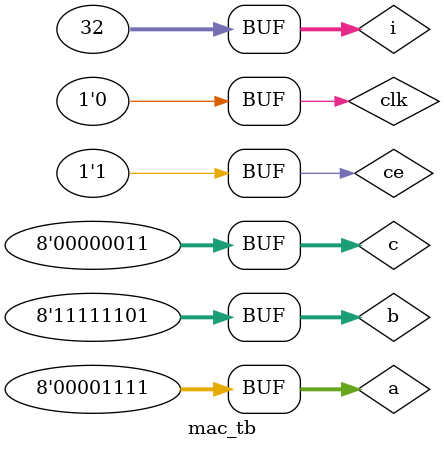
<source format=v>
`include "mac.v"

module mac_tb;

reg clk, ce;
reg signed [7:0] a, b;
reg signed [7:0] c;
wire signed [15:0] p;

integer i;

mac dut 
(
    clk, ce, a, b, c, p
);
defparam dut.WIDTH = 8;

initial
begin
    $dumpfile("./build/rtl-sim/vcd/mac.vcd");
    $dumpvars;
end

initial
begin
    clk = 0;
    ce = 1;
    a = 15;
    b = -3;
    c = 3;
    i = 0;
    #100;
    for (i = 0; i < 32; i = i + 1)
    begin
        clk = ~clk;
        #100;
        clk = ~clk;
        #100;
    end
end

endmodule


</source>
